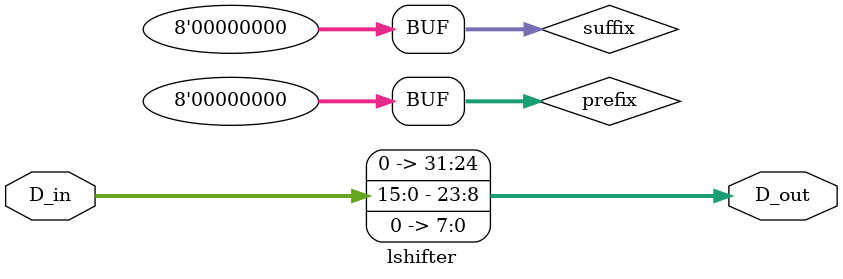
<source format=v>
module lshifter(
  D_in,
  D_out
  );
  
  // Block Parameter 
  parameter DATA_WIDTH                   = 16;
  parameter LSHIFT_AMOUNT                = 8;
  
  // Block Input Port
  input  [DATA_WIDTH-1:0]                D_in; 
  
  // Block Output Port
  output [2*DATA_WIDTH-1:0]              D_out;
  
  // Block Input Wire/Reg
  wire   [DATA_WIDTH-1:0]                D_in;
  
  // Block Output Wire/Reg 
  wire   [2*DATA_WIDTH-1:0]              D_out;
  
  // Local Wire/Reg
  wire   [DATA_WIDTH-LSHIFT_AMOUNT-1:0]  prefix;
  wire   [LSHIFT_AMOUNT-1:0]             suffix;
  
  // Structural Definition
  assign prefix = 0;
  assign suffix = 0;
  
  generate
   if(LSHIFT_AMOUNT==0)
     assign D_out = {prefix,D_in};
   else
     assign D_out = {prefix,D_in,suffix};
  endgenerate
  
  // Behavioral Definition
endmodule

</source>
